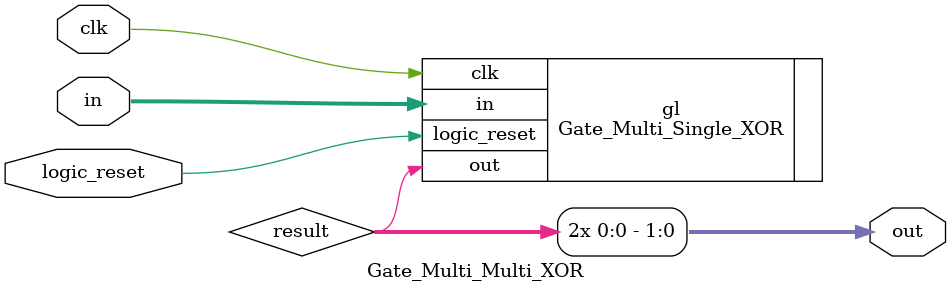
<source format=v>
module Gate_Multi_Multi_XOR #(
    parameter INPUT_COUNT = 2,
    parameter OUTPUT_COUNT = 2
)(        
    input wire clk,
    input wire logic_reset,       
    input wire [INPUT_COUNT-1:0] in, 
    output wire [OUTPUT_COUNT-1:0] out
);

    wire result;

    assign out = {OUTPUT_COUNT{result}};

    Gate_Multi_Single_XOR #( .INPUT_COUNT(INPUT_COUNT) ) gl (
        .clk(clk),
        .logic_reset(logic_reset),
        .in(in),
        .out(result)
    );

endmodule
</source>
